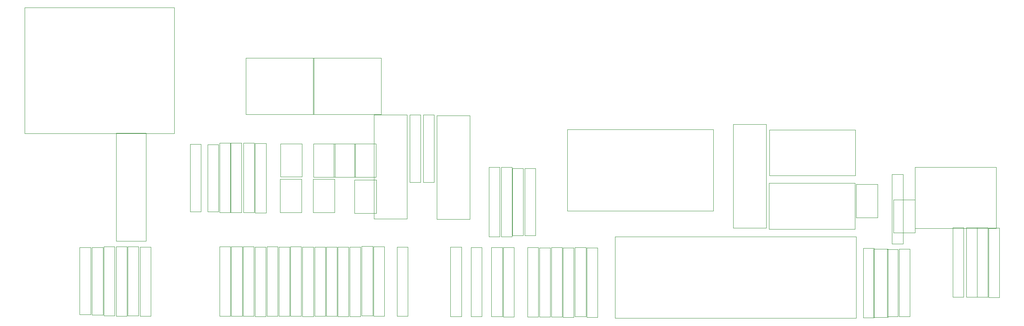
<source format=gbr>
%TF.GenerationSoftware,KiCad,Pcbnew,7.0.8*%
%TF.CreationDate,2023-10-30T18:51:19+00:00*%
%TF.ProjectId,Interface 1 Recreated,496e7465-7266-4616-9365-203120526563,rev?*%
%TF.SameCoordinates,Original*%
%TF.FileFunction,Other,User*%
%FSLAX46Y46*%
G04 Gerber Fmt 4.6, Leading zero omitted, Abs format (unit mm)*
G04 Created by KiCad (PCBNEW 7.0.8) date 2023-10-30 18:51:19*
%MOMM*%
%LPD*%
G01*
G04 APERTURE LIST*
%ADD10C,0.050000*%
G04 APERTURE END LIST*
D10*
%TO.C,R33*%
X158226775Y-106947625D02*
X155926775Y-106947625D01*
X155926775Y-106947625D02*
X155926775Y-121747625D01*
X158226775Y-121747625D02*
X158226775Y-106947625D01*
X155926775Y-121747625D02*
X158226775Y-121747625D01*
%TO.C,R18*%
X107899850Y-106817450D02*
X105599850Y-106817450D01*
X105599850Y-106817450D02*
X105599850Y-121617450D01*
X107899850Y-121617450D02*
X107899850Y-106817450D01*
X105599850Y-121617450D02*
X107899850Y-121617450D01*
%TO.C,R7*%
X171169950Y-121731750D02*
X173469950Y-121731750D01*
X173469950Y-121731750D02*
X173469950Y-106931750D01*
X171169950Y-106931750D02*
X171169950Y-121731750D01*
X173469950Y-106931750D02*
X171169950Y-106931750D01*
%TO.C,D8*%
X95288750Y-85007950D02*
X95288750Y-99357950D01*
X92988750Y-85007950D02*
X95288750Y-85007950D01*
X95288750Y-99357950D02*
X92988750Y-99357950D01*
X92988750Y-99357950D02*
X92988750Y-85007950D01*
%TO.C,R28*%
X73181225Y-106753950D02*
X70881225Y-106753950D01*
X70881225Y-106753950D02*
X70881225Y-121553950D01*
X73181225Y-121553950D02*
X73181225Y-106753950D01*
X70881225Y-121553950D02*
X73181225Y-121553950D01*
%TO.C,R14*%
X105343975Y-106861900D02*
X103043975Y-106861900D01*
X103043975Y-106861900D02*
X103043975Y-121661900D01*
X105343975Y-121661900D02*
X105343975Y-106861900D01*
X103043975Y-121661900D02*
X105343975Y-121661900D01*
%TO.C,Q5*%
X108413100Y-99532950D02*
X113013100Y-99532950D01*
X108413100Y-99532950D02*
X108413100Y-92432950D01*
X113013100Y-92432950D02*
X113013100Y-99532950D01*
X113013100Y-92432950D02*
X108413100Y-92432950D01*
%TO.C,C3*%
X259196825Y-117594725D02*
X261496825Y-117594725D01*
X261496825Y-117594725D02*
X261496825Y-102794725D01*
X259196825Y-102794725D02*
X259196825Y-117594725D01*
X261496825Y-102794725D02*
X259196825Y-102794725D01*
%TO.C,R22*%
X97906825Y-99513100D02*
X100206825Y-99513100D01*
X100206825Y-99513100D02*
X100206825Y-84713100D01*
X97906825Y-84713100D02*
X97906825Y-99513100D01*
X100206825Y-84713100D02*
X97906825Y-84713100D01*
%TO.C,C5*%
X234704925Y-121868275D02*
X237804925Y-121868275D01*
X237804925Y-121868275D02*
X237804925Y-107268275D01*
X234704925Y-107268275D02*
X234704925Y-121868275D01*
X237804925Y-107268275D02*
X234704925Y-107268275D01*
%TO.C,D3*%
X239897300Y-107353600D02*
X239897300Y-121703600D01*
X237597300Y-107353600D02*
X239897300Y-107353600D01*
X239897300Y-121703600D02*
X237597300Y-121703600D01*
X237597300Y-121703600D02*
X237597300Y-107353600D01*
%TO.C,Q9*%
X119824050Y-91995500D02*
X124424050Y-91995500D01*
X119824050Y-91995500D02*
X119824050Y-84895500D01*
X124424050Y-84895500D02*
X124424050Y-91995500D01*
X124424050Y-84895500D02*
X119824050Y-84895500D01*
%TO.C,R32*%
X152859725Y-104675650D02*
X155159725Y-104675650D01*
X155159725Y-104675650D02*
X155159725Y-89875650D01*
X152859725Y-89875650D02*
X152859725Y-104675650D01*
X155159725Y-89875650D02*
X152859725Y-89875650D01*
%TO.C,R3*%
X165869000Y-107011125D02*
X163569000Y-107011125D01*
X163569000Y-107011125D02*
X163569000Y-121811125D01*
X165869000Y-121811125D02*
X165869000Y-107011125D01*
X163569000Y-121811125D02*
X165869000Y-121811125D01*
%TO.C,D10*%
X162767025Y-90100650D02*
X162767025Y-104450650D01*
X160467025Y-90100650D02*
X162767025Y-90100650D01*
X162767025Y-104450650D02*
X160467025Y-104450650D01*
X160467025Y-104450650D02*
X160467025Y-90100650D01*
%TO.C,R15*%
X102810325Y-106776175D02*
X100510325Y-106776175D01*
X100510325Y-106776175D02*
X100510325Y-121576175D01*
X102810325Y-121576175D02*
X102810325Y-106776175D01*
X100510325Y-121576175D02*
X102810325Y-121576175D01*
%TO.C,U1*%
X231042175Y-104696550D02*
X179692175Y-104696550D01*
X179692175Y-104696550D02*
X179692175Y-122046550D01*
X231042175Y-122046550D02*
X231042175Y-104696550D01*
X179692175Y-122046550D02*
X231042175Y-122046550D01*
%TO.C,R10*%
X128313800Y-121601575D02*
X130613800Y-121601575D01*
X130613800Y-121601575D02*
X130613800Y-106801575D01*
X128313800Y-106801575D02*
X128313800Y-121601575D01*
X130613800Y-106801575D02*
X128313800Y-106801575D01*
%TO.C,R13*%
X120501425Y-106839675D02*
X118201425Y-106839675D01*
X118201425Y-106839675D02*
X118201425Y-121639675D01*
X120501425Y-121639675D02*
X120501425Y-106839675D01*
X118201425Y-121639675D02*
X120501425Y-121639675D01*
%TO.C,C8*%
X95528750Y-121579350D02*
X97828750Y-121579350D01*
X97828750Y-121579350D02*
X97828750Y-106779350D01*
X95528750Y-106779350D02*
X95528750Y-121579350D01*
X97828750Y-106779350D02*
X95528750Y-106779350D01*
%TO.C,R12*%
X123227450Y-121665075D02*
X125527450Y-121665075D01*
X125527450Y-121665075D02*
X125527450Y-106865075D01*
X123227450Y-106865075D02*
X123227450Y-121665075D01*
X125527450Y-106865075D02*
X123227450Y-106865075D01*
%TO.C,U4*%
X230781825Y-93245125D02*
X212431825Y-93245125D01*
X212431825Y-93245125D02*
X212431825Y-103045125D01*
X230781825Y-103045125D02*
X230781825Y-93245125D01*
X212431825Y-103045125D02*
X230781825Y-103045125D01*
%TO.C,Q6*%
X108482950Y-91925650D02*
X113082950Y-91925650D01*
X108482950Y-91925650D02*
X108482950Y-84825650D01*
X113082950Y-84825650D02*
X113082950Y-91925650D01*
X113082950Y-84825650D02*
X108482950Y-84825650D01*
%TO.C,R24*%
X75948525Y-121560300D02*
X78248525Y-121560300D01*
X78248525Y-121560300D02*
X78248525Y-106760300D01*
X75948525Y-106760300D02*
X75948525Y-121560300D01*
X78248525Y-106760300D02*
X75948525Y-106760300D01*
%TO.C,R8*%
X133317600Y-121646025D02*
X135617600Y-121646025D01*
X135617600Y-121646025D02*
X135617600Y-106846025D01*
X133317600Y-106846025D02*
X133317600Y-121646025D01*
X135617600Y-106846025D02*
X133317600Y-106846025D01*
%TO.C,D4*%
X242453175Y-107331375D02*
X242453175Y-121681375D01*
X240153175Y-107331375D02*
X242453175Y-107331375D01*
X242453175Y-121681375D02*
X240153175Y-121681375D01*
X240153175Y-121681375D02*
X240153175Y-107331375D01*
%TO.C,R23*%
X100592875Y-99478175D02*
X102892875Y-99478175D01*
X102892875Y-99478175D02*
X102892875Y-84678175D01*
X100592875Y-84678175D02*
X100592875Y-99478175D01*
X102892875Y-84678175D02*
X100592875Y-84678175D01*
%TO.C,R27*%
X151311625Y-106925400D02*
X149011625Y-106925400D01*
X149011625Y-106925400D02*
X149011625Y-121725400D01*
X151311625Y-121725400D02*
X151311625Y-106925400D01*
X149011625Y-121725400D02*
X151311625Y-121725400D01*
%TO.C,R34*%
X103107475Y-99617875D02*
X105407475Y-99617875D01*
X105407475Y-99617875D02*
X105407475Y-84817875D01*
X103107475Y-84817875D02*
X103107475Y-99617875D01*
X105407475Y-84817875D02*
X103107475Y-84817875D01*
%TO.C,U2*%
X200568525Y-81817500D02*
X169518525Y-81817500D01*
X169518525Y-81817500D02*
X169518525Y-99167500D01*
X200568525Y-99167500D02*
X200568525Y-81817500D01*
X169518525Y-99167500D02*
X200568525Y-99167500D01*
%TO.C,D9*%
X160147650Y-90100650D02*
X160147650Y-104450650D01*
X157847650Y-90100650D02*
X160147650Y-90100650D01*
X160147650Y-104450650D02*
X157847650Y-104450650D01*
X157847650Y-104450650D02*
X157847650Y-90100650D01*
%TO.C,R6*%
X168453450Y-106953975D02*
X166153450Y-106953975D01*
X166153450Y-106953975D02*
X166153450Y-121753975D01*
X168453450Y-121753975D02*
X168453450Y-106953975D01*
X166153450Y-121753975D02*
X168453450Y-121753975D01*
%TO.C,C4*%
X259026675Y-102724875D02*
X256726675Y-102724875D01*
X256726675Y-102724875D02*
X256726675Y-117524875D01*
X259026675Y-117524875D02*
X259026675Y-102724875D01*
X256726675Y-117524875D02*
X259026675Y-117524875D01*
%TO.C,D1*%
X138271900Y-78727800D02*
X138271900Y-93077800D01*
X135971900Y-78727800D02*
X138271900Y-78727800D01*
X138271900Y-93077800D02*
X135971900Y-93077800D01*
X135971900Y-93077800D02*
X135971900Y-78727800D01*
%TO.C,SK3*%
X101087350Y-66609075D02*
X115587350Y-66609075D01*
X101087350Y-78609075D02*
X101087350Y-66609075D01*
X101087350Y-78609075D02*
X115587350Y-78609075D01*
X115587350Y-66609075D02*
X115597350Y-78609075D01*
%TO.C,R2*%
X240957750Y-91364725D02*
X238657750Y-91364725D01*
X238657750Y-91364725D02*
X238657750Y-106164725D01*
X240957750Y-106164725D02*
X240957750Y-91364725D01*
X238657750Y-106164725D02*
X240957750Y-106164725D01*
%TO.C,R30*%
X144674575Y-121687300D02*
X146974575Y-121687300D01*
X146974575Y-121687300D02*
X146974575Y-106887300D01*
X144674575Y-106887300D02*
X144674575Y-121687300D01*
X146974575Y-106887300D02*
X144674575Y-106887300D01*
%TO.C,R1*%
X232530000Y-121909550D02*
X234830000Y-121909550D01*
X234830000Y-121909550D02*
X234830000Y-107109550D01*
X232530000Y-107109550D02*
X232530000Y-121909550D01*
X234830000Y-107109550D02*
X232530000Y-107109550D01*
%TO.C,SK2*%
X115428825Y-66609075D02*
X129928825Y-66609075D01*
X115428825Y-78609075D02*
X115428825Y-66609075D01*
X115428825Y-78609075D02*
X129928825Y-78609075D01*
X129928825Y-66609075D02*
X129938825Y-78609075D01*
%TO.C,Q11*%
X243533325Y-96773650D02*
X238933325Y-96773650D01*
X243533325Y-96773650D02*
X243533325Y-103873650D01*
X238933325Y-103873650D02*
X238933325Y-96773650D01*
X238933325Y-103873650D02*
X243533325Y-103873650D01*
%TO.C,C1*%
X141753075Y-100945025D02*
X148753075Y-100945025D01*
X148753075Y-100945025D02*
X148753075Y-78845025D01*
X141753075Y-78845025D02*
X141753075Y-100945025D01*
X148753075Y-78845025D02*
X141753075Y-78845025D01*
%TO.C,R9*%
X155693125Y-106925400D02*
X153393125Y-106925400D01*
X153393125Y-106925400D02*
X153393125Y-121725400D01*
X155693125Y-121725400D02*
X155693125Y-106925400D01*
X153393125Y-121725400D02*
X155693125Y-121725400D01*
%TO.C,R31*%
X157741000Y-89875650D02*
X155441000Y-89875650D01*
X155441000Y-89875650D02*
X155441000Y-104675650D01*
X157741000Y-104675650D02*
X157741000Y-89875650D01*
X155441000Y-104675650D02*
X157741000Y-104675650D01*
%TO.C,R36*%
X176003600Y-107033350D02*
X173703600Y-107033350D01*
X173703600Y-107033350D02*
X173703600Y-121833350D01*
X176003600Y-121833350D02*
X176003600Y-107033350D01*
X173703600Y-121833350D02*
X176003600Y-121833350D01*
%TO.C,R5*%
X170914075Y-107055575D02*
X168614075Y-107055575D01*
X168614075Y-107055575D02*
X168614075Y-121855575D01*
X170914075Y-121855575D02*
X170914075Y-107055575D01*
X168614075Y-121855575D02*
X170914075Y-121855575D01*
%TO.C,R17*%
X115731275Y-121646025D02*
X118031275Y-121646025D01*
X118031275Y-121646025D02*
X118031275Y-106846025D01*
X115731275Y-106846025D02*
X115731275Y-121646025D01*
X118031275Y-106846025D02*
X115731275Y-106846025D01*
%TO.C,Q10*%
X230971275Y-100599750D02*
X235571275Y-100599750D01*
X230971275Y-100599750D02*
X230971275Y-93499750D01*
X235571275Y-93499750D02*
X235571275Y-100599750D01*
X235571275Y-93499750D02*
X230971275Y-93499750D01*
%TO.C,R21*%
X95500175Y-99513100D02*
X97800175Y-99513100D01*
X97800175Y-99513100D02*
X97800175Y-84713100D01*
X95500175Y-84713100D02*
X95500175Y-99513100D01*
X97800175Y-84713100D02*
X95500175Y-84713100D01*
%TO.C,C2*%
X135389500Y-78726300D02*
X128389500Y-78726300D01*
X128389500Y-78726300D02*
X128389500Y-100826300D01*
X135389500Y-100826300D02*
X135389500Y-78726300D01*
X128389500Y-100826300D02*
X135389500Y-100826300D01*
%TO.C,R11*%
X122971575Y-106880950D02*
X120671575Y-106880950D01*
X120671575Y-106880950D02*
X120671575Y-121680950D01*
X122971575Y-121680950D02*
X122971575Y-106880950D01*
X120671575Y-121680950D02*
X122971575Y-121680950D01*
%TO.C,L1*%
X79848475Y-82622400D02*
X73548475Y-82622400D01*
X73548475Y-82622400D02*
X73548475Y-105642400D01*
X79848475Y-105642400D02*
X79848475Y-82622400D01*
X73548475Y-105642400D02*
X79848475Y-105642400D01*
%TO.C,D2*%
X141167500Y-78727800D02*
X141167500Y-93077800D01*
X138867500Y-78727800D02*
X141167500Y-78727800D01*
X141167500Y-93077800D02*
X138867500Y-93077800D01*
X138867500Y-93077800D02*
X138867500Y-78727800D01*
%TO.C,C7*%
X98017950Y-121601575D02*
X100317950Y-121601575D01*
X100317950Y-121601575D02*
X100317950Y-106801575D01*
X98017950Y-106801575D02*
X98017950Y-121601575D01*
X100317950Y-106801575D02*
X98017950Y-106801575D01*
%TO.C,SK1*%
X85911225Y-82656075D02*
X85911225Y-55856075D01*
X85911225Y-55856075D02*
X54011225Y-55856075D01*
X54011225Y-82656075D02*
X85911225Y-82656075D01*
X54011225Y-55856075D02*
X54011225Y-82656075D01*
%TO.C,X1*%
X243544850Y-102931400D02*
X260844850Y-102931400D01*
X260844850Y-102931400D02*
X260844850Y-89831400D01*
X243544850Y-89831400D02*
X243544850Y-102931400D01*
X260844850Y-89831400D02*
X243544850Y-89831400D01*
%TO.C,Q3*%
X115496525Y-91960575D02*
X120096525Y-91960575D01*
X115496525Y-91960575D02*
X115496525Y-84860575D01*
X120096525Y-84860575D02*
X120096525Y-91960575D01*
X120096525Y-84860575D02*
X115496525Y-84860575D01*
%TO.C,R16*%
X112900475Y-106795225D02*
X110600475Y-106795225D01*
X110600475Y-106795225D02*
X110600475Y-121595225D01*
X112900475Y-121595225D02*
X112900475Y-106795225D01*
X110600475Y-121595225D02*
X112900475Y-121595225D01*
%TO.C,Q1*%
X124218250Y-91995500D02*
X128818250Y-91995500D01*
X124218250Y-91995500D02*
X124218250Y-84895500D01*
X128818250Y-84895500D02*
X128818250Y-91995500D01*
X128818250Y-84895500D02*
X124218250Y-84895500D01*
%TO.C,D7*%
X70688850Y-106978950D02*
X70688850Y-121328950D01*
X68388850Y-106978950D02*
X70688850Y-106978950D01*
X70688850Y-121328950D02*
X68388850Y-121328950D01*
X68388850Y-121328950D02*
X68388850Y-106978950D01*
%TO.C,U3*%
X230851675Y-81872275D02*
X212501675Y-81872275D01*
X212501675Y-81872275D02*
X212501675Y-91672275D01*
X230851675Y-91672275D02*
X230851675Y-81872275D01*
X212501675Y-91672275D02*
X230851675Y-91672275D01*
%TO.C,R25*%
X78609175Y-121646025D02*
X80909175Y-121646025D01*
X80909175Y-121646025D02*
X80909175Y-106846025D01*
X78609175Y-106846025D02*
X78609175Y-121646025D01*
X80909175Y-106846025D02*
X78609175Y-106846025D01*
%TO.C,D11*%
X89254950Y-99323025D02*
X89254950Y-84973025D01*
X91554950Y-99323025D02*
X89254950Y-99323025D01*
X89254950Y-84973025D02*
X91554950Y-84973025D01*
X91554950Y-84973025D02*
X91554950Y-99323025D01*
%TO.C,R29*%
X75778375Y-106817450D02*
X73478375Y-106817450D01*
X73478375Y-106817450D02*
X73478375Y-121617450D01*
X75778375Y-121617450D02*
X75778375Y-106817450D01*
X73478375Y-121617450D02*
X75778375Y-121617450D01*
%TO.C,NoFit1*%
X256770837Y-102755037D02*
X254470837Y-102755037D01*
X254470837Y-102755037D02*
X254470837Y-117555037D01*
X256770837Y-117555037D02*
X256770837Y-102755037D01*
X254470837Y-117555037D02*
X256770837Y-117555037D01*
%TO.C,R26*%
X128092850Y-106696800D02*
X125792850Y-106696800D01*
X125792850Y-106696800D02*
X125792850Y-121496800D01*
X128092850Y-121496800D02*
X128092850Y-106696800D01*
X125792850Y-121496800D02*
X128092850Y-121496800D01*
%TO.C,D6*%
X68069475Y-106934500D02*
X68069475Y-121284500D01*
X65769475Y-106934500D02*
X68069475Y-106934500D01*
X68069475Y-121284500D02*
X65769475Y-121284500D01*
X65769475Y-121284500D02*
X65769475Y-106934500D01*
%TO.C,R19*%
X115478575Y-106861900D02*
X113178575Y-106861900D01*
X113178575Y-106861900D02*
X113178575Y-121661900D01*
X115478575Y-121661900D02*
X115478575Y-106861900D01*
X113178575Y-121661900D02*
X115478575Y-121661900D01*
%TO.C,Q2*%
X124253175Y-99672650D02*
X128853175Y-99672650D01*
X124253175Y-99672650D02*
X124253175Y-92572650D01*
X128853175Y-92572650D02*
X128853175Y-99672650D01*
X128853175Y-92572650D02*
X124253175Y-92572650D01*
%TO.C,R35*%
X253851425Y-102747100D02*
X251551425Y-102747100D01*
X251551425Y-102747100D02*
X251551425Y-117547100D01*
X253851425Y-117547100D02*
X253851425Y-102747100D01*
X251551425Y-117547100D02*
X253851425Y-117547100D01*
%TO.C,R20*%
X108111275Y-121646025D02*
X110411275Y-121646025D01*
X110411275Y-121646025D02*
X110411275Y-106846025D01*
X108111275Y-106846025D02*
X108111275Y-121646025D01*
X110411275Y-106846025D02*
X108111275Y-106846025D01*
%TO.C,C6*%
X204868900Y-102827800D02*
X211868900Y-102827800D01*
X211868900Y-102827800D02*
X211868900Y-80727800D01*
X204868900Y-80727800D02*
X204868900Y-102827800D01*
X211868900Y-80727800D02*
X204868900Y-80727800D01*
%TO.C,R4*%
X163357575Y-106947625D02*
X161057575Y-106947625D01*
X161057575Y-106947625D02*
X161057575Y-121747625D01*
X163357575Y-121747625D02*
X163357575Y-106947625D01*
X161057575Y-121747625D02*
X163357575Y-121747625D01*
%TO.C,Q4*%
X115426675Y-99532950D02*
X120026675Y-99532950D01*
X115426675Y-99532950D02*
X115426675Y-92432950D01*
X120026675Y-92432950D02*
X120026675Y-99532950D01*
X120026675Y-92432950D02*
X115426675Y-92432950D01*
%TD*%
M02*

</source>
